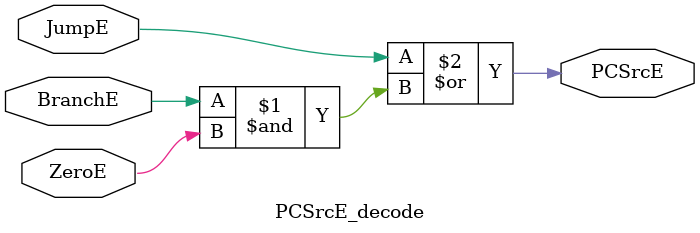
<source format=sv>
module PCSrcE_decode(
    input logic         ZeroE, 
    input logic         BranchE,
    input logic         JumpE,
    // input logic [2:0]   funct3,
    output logic        PCSrcE
); 

// always_comb begin 
// // if (Jump == 1) 
// //     PCSrc = 1;
// // else if (Branch == 1 && Zero == 1 && funct3 == {3'b000}) 
// //     PCSrc = 1;
// // else if (Branch == 1 && Zero == 0 && funct3 == {3'b001}) 
// //     PCSrc = 1;
// // else 
// //     PCSrc = 0;
// end

assign PCSrcE = JumpE | (BranchE & ZeroE);

endmodule

</source>
